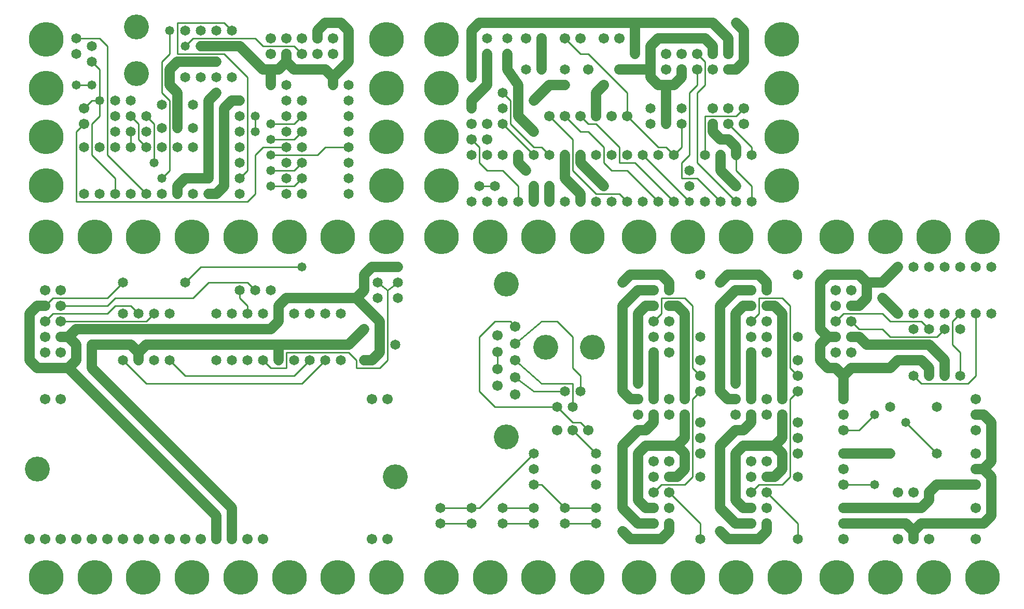
<source format=gbl>
%MOIN*%
%FSLAX25Y25*%
G04 D10 used for Character Trace; *
G04     Circle (OD=.01000) (No hole)*
G04 D11 used for Power Trace; *
G04     Circle (OD=.06500) (No hole)*
G04 D12 used for Signal Trace; *
G04     Circle (OD=.01100) (No hole)*
G04 D13 used for Via; *
G04     Circle (OD=.05800) (Round. Hole ID=.02800)*
G04 D14 used for Component hole; *
G04     Circle (OD=.06500) (Round. Hole ID=.03500)*
G04 D15 used for Component hole; *
G04     Circle (OD=.06700) (Round. Hole ID=.04300)*
G04 D16 used for Component hole; *
G04     Circle (OD=.08100) (Round. Hole ID=.05100)*
G04 D17 used for Component hole; *
G04     Circle (OD=.08900) (Round. Hole ID=.05900)*
G04 D18 used for Component hole; *
G04     Circle (OD=.11300) (Round. Hole ID=.08300)*
G04 D19 used for Component hole; *
G04     Circle (OD=.16000) (Round. Hole ID=.13000)*
G04 D20 used for Component hole; *
G04     Circle (OD=.18300) (Round. Hole ID=.15300)*
G04 D21 used for Component hole; *
G04     Circle (OD=.22291) (Round. Hole ID=.19291)*
%ADD10C,.01000*%
%ADD11C,.06500*%
%ADD12C,.01100*%
%ADD13C,.05800*%
%ADD14C,.06500*%
%ADD15C,.06700*%
%ADD16C,.08100*%
%ADD17C,.08900*%
%ADD18C,.11300*%
%ADD19C,.16000*%
%ADD20C,.18300*%
%ADD21C,.22291*%
%IPPOS*%
%LPD*%
G90*X0Y0D02*D21*X15625Y15625D03*D15*              
X35000Y40000D03*X25000D03*X15000D03*X5000D03*D21* 
X46875Y15625D03*D15*X45000Y40000D03*X55000D03*    
X65000D03*X75000D03*D21*X78125Y15625D03*D19*      
X10000Y85000D03*D15*X85000Y40000D03*X95000D03*    
X105000D03*D21*X109375Y15625D03*D15*              
X115000Y40000D03*X125000D03*D11*Y55000D01*        
X30000Y150000D01*X10000D01*X5000Y155000D01*       
Y185000D01*X10000Y190000D01*X15000D01*D15*D03*D12*
X20000Y195000D01*X55000D01*X65000Y205000D01*D14*  
D03*D12*X55000Y190000D02*X60000Y195000D01*        
X25000Y190000D02*X55000D01*D15*X25000D03*D12*     
X15000Y180000D02*X20000Y185000D01*D15*            
X15000Y180000D03*D12*X20000Y185000D02*X55000D01*  
X60000Y190000D01*X70000D01*X75000Y185000D01*D14*  
D03*D12*X25000Y180000D02*X80000D01*D15*X25000D03* 
X15000Y170000D03*D11*X30000D02*X35000Y175000D01*  
Y165000D02*X30000Y170000D01*X35000Y155000D02*     
Y165000D01*X30000Y150000D02*X35000Y155000D01*D15* 
X25000Y160000D03*D14*X45000Y165000D03*D11*        
Y150000D01*X135000Y60000D01*Y40000D01*D15*D03*    
X145000D03*X155000D03*D21*X140625Y15625D03*       
X171875D03*X203125D03*D15*X225000Y130000D03*      
Y40000D03*D12*X80000Y140000D02*X180000D01*        
X80000D02*X65000Y155000D01*D14*D03*D11*           
X75000Y160000D02*X70000Y165000D01*                
X75000Y155000D02*Y160000D01*D14*Y155000D03*D11*   
Y160000D02*X80000Y165000D01*X110000D01*D14*D03*   
D11*X165000D01*Y155000D01*D14*D03*D12*            
X160000Y150000D02*X170000D01*X160000D02*          
X155000Y155000D01*D14*D03*D11*X165000Y165000D02*  
X210000D01*X220000Y175000D01*D14*D03*D11*         
X230000Y160000D02*Y180000D01*X225000Y155000D02*   
X230000Y160000D01*X220000Y155000D02*X225000D01*   
D14*X220000D03*D12*X215000Y150000D02*X230000D01*  
X235000Y155000D01*Y200000D01*X241500Y205000D01*   
D14*D03*D12*X235000Y200000D02*X228500Y205000D01*  
D14*D03*X241500Y195000D03*Y215000D03*D11*         
X228500D01*D14*D03*D11*X225000D01*                
X220000Y210000D01*Y200000D01*X215000Y195000D01*   
X230000Y180000D01*X170000Y195000D02*X215000D01*   
X165000Y190000D02*X170000Y195000D01*              
X165000Y185000D02*Y190000D01*D14*Y185000D03*D11*  
Y180000D01*X160000Y175000D01*X110000D01*D14*D03*  
D11*X85000D01*D13*D03*D11*X45000D01*D14*D03*D11*  
X35000D01*X25000Y170000D02*X30000D01*D15*         
X25000D03*X15000Y160000D03*D11*X45000Y165000D02*  
X70000D01*D14*X85000Y155000D03*D12*               
X80000Y180000D02*X85000Y185000D01*D14*D03*        
X95000D03*X105000Y205000D03*D12*X115000Y215000D01*
X180000D01*D13*D03*D21*X171875Y234375D03*D14*     
X160000Y200000D03*D21*X203125Y234375D03*D14*      
X155000Y185000D03*X175000D03*X185000D03*          
X150000Y200000D03*D12*X145000Y205000D01*          
X120000D01*X110000Y195000D01*X60000D01*D14*       
X65000Y185000D03*D15*X25000Y200000D03*D21*        
X78125Y234375D03*X46875D03*D14*X95000Y155000D03*  
D12*X105000Y145000D01*X175000D01*                 
X185000Y155000D01*D14*D03*X195000D03*D12*         
X180000Y140000D01*X170000Y150000D02*Y160000D01*   
X210000D01*X215000Y155000D01*Y150000D01*D14*      
X205000Y155000D03*D15*X235000Y130000D03*D14*      
X240000Y165000D03*X205000Y185000D03*X195000D03*   
X175000Y155000D03*X228500Y195000D03*D12*          
X145000Y185000D02*Y190000D01*D14*Y185000D03*D12*  
Y190000D02*X140000Y195000D01*Y200000D01*D14*D03*  
X125000Y185000D03*X135000D03*D21*                 
X140625Y234375D03*X109375D03*D14*                 
X125000Y155000D03*X135000D03*X145000D03*D21*      
X234375Y234375D03*D15*X25000Y130000D03*D19*       
X240000Y80000D03*D21*X15625Y234375D03*D15*        
X15000Y200000D03*Y130000D03*X235000Y40000D03*D21* 
X234375Y15625D03*G90*X0Y2000D02*D12*              
X35000Y257000D02*X145000D01*X35000Y302000D02*     
Y257000D01*Y302000D02*X40000Y307000D01*D15*D03*   
D12*X45000D02*Y287000D01*X60000Y272000D01*        
Y262000D01*D14*D03*X70000D03*X50000D03*X80000D03* 
D12*X55000Y287000D01*Y357000D01*X50000Y362000D01* 
X35000D01*D14*D03*X45000Y357000D03*               
X35000Y352000D03*X45000Y347000D03*D12*            
X50000Y342000D01*Y322000D01*D13*D03*D12*X45000D01*
X40000Y317000D01*D15*D03*D12*X45000Y307000D02*    
X50000Y312000D01*Y322000D01*D14*X60000Y312000D03* 
Y322000D03*D13*X45000Y332000D03*D12*X35000D01*D13*
D03*D21*X15625Y330125D03*Y361375D03*D14*          
X60000Y302000D03*X70000D03*D12*Y292000D01*D14*D03*
D12*X75000Y307000D02*Y297000D01*X70000Y312000D02* 
X75000Y307000D01*D14*X70000Y312000D03*            
X80000Y302000D03*Y312000D03*D12*X85000Y307000D01* 
Y282000D01*D13*D03*D12*X90000Y272000D02*          
X95000Y277000D01*D13*X90000Y272000D03*D12*        
X95000Y322000D02*Y277000D01*X90000Y327000D02*     
X95000Y322000D01*X90000Y347000D02*Y327000D01*     
Y347000D02*X95000Y352000D01*Y367000D01*D13*D03*   
D12*X100000Y372000D02*Y352000D01*X130000D01*      
X145000Y337000D01*Y277000D01*X140000Y272000D01*   
D14*D03*D12*X145000Y257000D02*X150000Y262000D01*  
Y287000D01*X155000Y292000D01*X170000D01*D14*D03*  
D12*X160000Y297000D02*X175000D01*D13*X160000D03*  
X150000Y302000D03*D12*Y312000D01*D13*D03*D14*     
X140000Y322000D03*D11*X135000D01*                 
X130000Y317000D01*Y302000D01*D14*D03*D11*         
Y267000D01*X125000Y262000D01*X120000D01*D14*D03*  
Y272000D03*D11*X105000D01*X100000Y267000D01*      
Y262000D01*D14*D03*X110000D03*X90000D03*D11*      
X120000Y302000D02*Y272000D01*D14*Y302000D03*D11*  
Y322000D01*X125000Y327000D01*D13*D03*D14*         
X135000Y337000D03*X115000D03*X125000D03*          
X140000Y312000D03*X110000Y319500D03*              
X105000Y337000D03*D13*X125000Y347000D03*D11*      
X100000D01*X95000Y342000D01*Y332000D01*           
X100000Y327000D01*Y319500D01*D14*D03*D11*         
Y304500D01*D14*D03*X110000Y292000D03*X90000D03*   
X110000Y304500D03*X90000D03*X100000Y292000D03*    
X90000Y319500D03*X80000Y292000D03*D12*            
X75000Y297000D01*D14*X60000Y292000D03*            
X70000Y322000D03*X50000Y292000D03*                
X40000Y262000D03*Y292000D03*D19*X73500Y339500D03* 
D13*X115000Y357000D03*D11*X140000D01*             
X155000Y342000D01*X160000D01*Y332000D01*D14*D03*  
X170000Y322000D03*D11*X160000Y342000D02*          
X165000D01*X170000Y347000D01*Y352000D01*D15*D03*  
D12*X155000Y357000D02*X175000D01*                 
X150000Y362000D02*X155000Y357000D01*              
X110000Y362000D02*X150000D01*X105000Y357000D02*   
X110000Y362000D01*D13*X105000Y357000D03*D14*      
X115000Y367000D03*X105000D03*D12*                 
X100000Y372000D02*X130000D01*X135000Y367000D01*   
D14*D03*X125000D03*D15*X160000Y352000D03*         
Y362000D03*D14*X170000Y332000D03*D11*Y347000D02*  
X175000Y342000D01*X195000D01*X200000Y337000D01*   
Y332000D01*D14*D03*D11*Y337000D02*                
X210000Y347000D01*Y367000D01*X205000Y372000D01*   
X195000D01*X190000Y367000D01*Y362000D01*D15*D03*  
X200000Y352000D03*X180000D03*D12*                 
X175000Y357000D01*D15*X180000Y362000D03*          
X170000D03*X190000Y352000D03*X200000Y362000D03*   
D14*X210000Y322000D03*Y332000D03*                 
X180000Y322000D03*X170000Y312000D03*X180000D03*   
D12*X175000Y307000D01*X160000D01*D13*D03*D14*     
X170000Y302000D03*D12*X175000Y297000D02*          
X180000Y302000D01*D14*D03*Y292000D03*D12*         
X190000Y287000D02*X195000Y292000D01*              
X160000Y287000D02*X190000D01*D13*X160000D03*D14*  
X170000Y282000D03*D13*X160000Y277000D03*D12*      
X175000D01*X180000Y282000D01*D14*D03*             
X170000Y272000D03*X180000D03*D12*                 
X175000Y267000D01*X160000D01*D13*D03*D14*         
X170000Y262000D03*X140000Y282000D03*              
X180000Y262000D03*X140000D03*Y292000D03*          
Y302000D03*D12*X195000Y292000D02*X210000D01*D14*  
D03*Y302000D03*Y282000D03*Y312000D03*Y272000D03*  
D21*X234375Y267625D03*Y298875D03*D14*             
X210000Y262000D03*D21*X234375Y330125D03*          
Y361375D03*D19*X73500Y369500D03*D21*              
X15625Y298875D03*Y267625D03*G90*X4000Y0D02*       
X269625Y15625D03*D14*X269000Y50000D03*D12*        
X289000D01*D14*D03*D12*Y60000D02*X294000D01*D14*  
X289000D03*D12*X269000D01*D14*D03*D12*X294000D02* 
X329000Y95000D01*D14*D03*Y85000D03*D15*           
X344000Y110000D03*D19*X311400Y105800D03*D14*      
X329000Y75000D03*D12*X334000D01*X349000Y60000D01* 
D14*D03*D12*X369000D01*D14*D03*Y50000D03*D12*     
X349000D01*D14*D03*X329000Y60000D03*D12*          
X309000D01*D14*D03*Y50000D03*D12*X329000D01*D14*  
D03*D21*X363375Y15625D03*X300875D03*X332125D03*   
D14*X369000Y75000D03*Y85000D03*Y95000D03*D12*     
X354000Y110000D01*D15*D03*D12*X364000D02*         
X359000Y115000D01*D15*X364000Y110000D03*D12*      
X354000Y115000D02*X359000D01*X354000D02*          
X344000Y125000D01*D14*D03*D12*X304000D01*         
X294000Y135000D01*Y170000D01*X304000Y180000D01*   
X314000D01*X317100Y176800D01*D15*D03*Y165900D03*  
D12*X334000Y180000D01*X344000D01*                 
X354000Y170000D01*Y150000D01*X359000Y145000D01*   
Y135000D01*D14*D03*D12*X354000Y125000D02*         
Y140000D01*D14*Y125000D03*X349000Y135000D03*D12*  
X329000D01*X317100Y144100D01*D15*D03*Y155000D03*  
D12*X334000Y140000D01*X354000D01*D19*             
X366500Y163500D03*X336500D03*D15*                 
X317100Y133200D03*X305800Y171300D03*Y160400D03*   
D12*Y149600D01*D15*D03*Y138700D03*D19*            
X311400Y204200D03*D21*X363375Y234375D03*          
X332125D03*X300875D03*X269625D03*G90*             
X4000Y2000D02*X269625Y267625D03*D14*              
X289000Y287000D03*Y257000D03*D12*Y297000D02*      
X294000Y292000D01*D15*X289000Y297000D03*D12*      
X294000Y292000D02*Y282000D01*X299000Y277000D01*   
X309000D01*X319000Y267000D01*Y257000D01*D14*D03*  
D13*X329000Y267000D03*D11*Y257000D01*D14*D03*D13* 
X339000Y267000D03*D11*Y257000D01*D14*D03*         
X349000D03*D11*Y277000D02*Y272000D01*D13*         
Y277000D03*D11*Y287000D01*D14*D03*D11*X359000D02* 
Y282000D01*D14*Y287000D03*D11*Y282000D02*         
X374000Y267000D01*D13*D03*D12*X354000Y277000D02*  
X369000Y262000D01*X354000Y297000D02*Y277000D01*   
X339000Y312000D02*X354000Y297000D01*D15*          
X339000Y312000D03*D14*X329000Y322000D03*D11*      
X339000Y332000D01*X349000D01*D14*D03*Y342000D03*  
X334000D03*D11*Y362000D01*D15*D03*X324000D03*     
X349000D03*D12*X359000Y352000D01*X364000D01*      
X389000Y327000D01*Y312000D01*D15*D03*D12*         
X409000Y292000D01*X414000D01*X419000Y287000D01*   
D14*D03*D12*X424000Y292000D01*Y307000D01*D14*D03* 
X414000Y317000D03*D11*Y332000D01*X409000D01*      
X404000Y337000D01*Y342000D01*X384000D01*D15*D03*  
D13*X394000Y352000D03*D11*Y372000D01*X294000D01*  
X289000Y367000D01*Y337000D01*D14*D03*D11*         
Y322000D02*X299000Y332000D01*X289000Y322000D02*   
Y317000D01*D14*D03*D15*X299000Y307000D03*         
X289000D03*D11*X299000Y342000D02*Y332000D01*D14*  
Y342000D03*D11*Y352000D01*D14*D03*                
X312000Y342000D03*D11*Y352000D01*D14*D03*         
X299000Y362000D03*X312000D03*D11*Y342000D02*      
X319000Y332000D01*Y312000D01*X329000Y302000D01*   
D14*D03*D12*X314000Y307000D02*X329000Y292000D01*  
X314000Y322000D02*Y307000D01*X309000Y327000D02*   
X314000Y322000D01*D14*X309000Y327000D03*          
Y317000D03*X324000Y342000D03*X309000Y307000D03*   
D12*X329000Y287000D01*D14*D03*D12*Y292000D02*     
X334000D01*X339000Y287000D01*D14*D03*D13*         
X324000Y277000D03*D11*X319000Y282000D01*          
Y287000D01*D14*D03*X309000D03*X304000Y267000D03*  
D12*X294000D01*D14*D03*X299000Y257000D03*         
X309000D03*X299000Y287000D03*D15*Y297000D03*D21*  
X269625Y298875D03*D11*X349000Y272000D02*          
X359000Y262000D01*Y257000D01*D14*D03*X369000D03*  
D12*Y262000D02*X384000D01*X389000Y257000D01*D14*  
D03*X399000D03*X379000D03*X409000D03*D12*         
X389000Y277000D01*X379000D01*X374000Y282000D01*   
Y292000D01*X364000Y302000D01*X359000D01*          
X349000Y312000D01*D15*D03*X359000D03*D12*         
X364000Y307000D01*X369000D01*X384000Y292000D01*   
Y282000D01*X394000D01*X419000Y257000D01*D14*D03*  
X429000Y267000D03*D13*Y257000D03*D12*             
X399000Y287000D01*D14*D03*X409000D03*X389000D03*  
X414000Y307000D03*D11*Y317000D01*D14*             
X404000Y307000D03*X424000Y317000D03*X404000D03*   
D11*X414000Y332000D02*X419000D01*                 
X424000Y337000D01*Y342000D01*D15*D03*D12*         
X429000Y327000D02*X434000Y332000D01*              
X429000Y327000D02*Y287000D01*X424000Y282000D01*   
Y272000D01*X434000D01*X449000Y257000D01*D14*D03*  
D13*X459000Y267000D03*D11*X449000Y277000D01*      
Y287000D01*D14*D03*D12*X459000D02*Y277000D01*D14* 
Y287000D03*D11*Y292000D01*X454000Y297000D01*      
X449000D01*X444000Y302000D01*Y307000D01*D15*D03*  
D12*X439000Y312000D02*Y287000D01*D14*D03*D12*     
X434000Y327000D02*Y282000D01*Y327000D02*          
X439000Y332000D01*Y347000D01*X434000Y352000D01*   
D15*D03*X444000Y342000D03*D11*X409000Y362000D02*  
X439000D01*X404000Y357000D02*X409000Y362000D01*   
X404000Y357000D02*Y342000D01*D15*                 
X414000Y352000D03*Y342000D03*X384000Y362000D03*   
X424000Y352000D03*X379000Y312000D03*              
X374000Y362000D03*D12*X434000Y342000D02*          
Y332000D01*D15*Y342000D03*X444000Y352000D03*D11*  
Y357000D01*X439000Y362000D01*X394000Y372000D02*   
X444000D01*D15*X364000Y342000D03*                 
X359000Y362000D03*X374000Y332000D03*D11*          
X369000Y327000D01*Y312000D01*D15*D03*D14*         
Y287000D03*X379000D03*X429000Y277000D03*D12*      
X434000Y282000D02*X459000Y257000D01*D14*D03*D12*  
Y277000D02*X469000Y267000D01*Y257000D01*D14*D03*  
D21*X488375Y267625D03*D14*X469000Y287000D03*D12*  
Y292000D01*X454000Y307000D01*D15*D03*D12*         
X439000Y312000D02*X459000D01*D15*                 
X444000Y317000D03*X454000D03*D12*                 
X459000Y312000D02*X464000Y317000D01*D15*D03*      
Y307000D03*D21*X488375Y298875D03*D11*             
X454000Y342000D02*X459000D01*D15*X454000D03*D11*  
X459000D02*X464000Y347000D01*Y367000D01*          
X459000Y372000D01*D13*D03*D11*X444000D02*         
X454000Y362000D01*Y352000D01*D15*D03*D21*         
X488375Y330125D03*Y361375D03*D14*                 
X439000Y257000D03*D21*X269625Y361375D03*          
Y330125D03*G90*X1000Y0D02*D13*X386000Y45000D03*   
D11*X391000Y40000D01*X411000D01*X416000Y45000D01* 
Y50000D01*D15*D03*X406000Y60000D03*D11*X401000D01*
X396000Y65000D01*Y95000D01*X401000Y100000D01*     
X421000D01*X426000Y95000D01*Y85000D01*            
X421000Y80000D01*X416000D01*D15*D03*D12*          
X406000Y70000D02*X411000Y75000D01*D15*            
X406000Y70000D03*D12*X411000Y75000D02*X426000D01* 
X431000Y80000D01*Y130000D01*X436000Y135000D01*D15*
D03*Y145000D03*D12*X431000Y150000D01*Y190000D01*  
X426000Y195000D01*X411000D01*Y185000D01*          
X406000Y180000D01*D15*D03*X416000Y170000D03*      
Y190000D03*D11*X421000D01*X426000Y185000D01*      
Y130000D01*D15*D03*X416000Y120000D03*Y130000D03*  
X426000Y120000D03*D11*Y105000D01*                 
X421000Y100000D01*D15*X416000Y90000D03*           
X436000Y115000D03*D11*X401000Y110000D02*          
X406000Y115000D01*X396000Y110000D02*X401000D01*   
X386000Y100000D02*X396000Y110000D01*              
X386000Y60000D02*Y100000D01*X396000Y50000D02*     
X386000Y60000D01*X396000Y50000D02*X406000D01*D15* 
D03*X416000Y60000D03*Y70000D03*D12*               
X436000Y50000D01*Y40000D01*D14*D03*D21*           
X427875Y15625D03*D14*X436000Y80000D03*D21*        
X396625Y15625D03*D15*X406000Y80000D03*Y90000D03*  
X436000Y95000D03*Y105000D03*D11*X406000Y115000D02*
Y120000D01*D15*D03*X396000Y130000D03*D11*         
X391000D01*X386000Y135000D01*Y150000D01*D13*D03*  
D11*Y190000D01*X396000Y200000D01*X406000D01*D15*  
D03*D11*X416000Y205000D02*X411000Y210000D01*      
X416000Y200000D02*Y205000D01*D15*Y200000D03*      
X406000Y190000D03*D11*X401000D01*                 
X396000Y185000D01*Y140000D01*D13*D03*D15*         
X406000Y130000D03*D11*Y160000D01*D15*D03*         
X416000D03*X406000Y170000D03*X416000Y180000D03*   
X436000Y155000D03*D14*Y170000D03*D15*             
X396000Y120000D03*D13*X386000Y205000D03*D11*      
X391000Y210000D01*X411000D01*D21*                 
X427875Y234375D03*D14*X436000Y210000D03*D21*      
X396625Y234375D03*G90*X3500Y0D02*D13*             
X448500Y45000D03*D11*X453500Y40000D01*X473500D01* 
X478500Y45000D01*Y50000D01*D15*D03*               
X468500Y60000D03*D11*X463500D01*X458500Y65000D01* 
Y95000D01*X463500Y100000D01*X483500D01*           
X488500Y95000D01*Y85000D01*X483500Y80000D01*      
X478500D01*D15*D03*D12*X468500Y70000D02*          
X473500Y75000D01*D15*X468500Y70000D03*D12*        
X473500Y75000D02*X488500D01*X493500Y80000D01*     
Y130000D01*X498500Y135000D01*D15*D03*Y145000D03*  
D12*X493500Y150000D01*Y190000D01*                 
X488500Y195000D01*X473500D01*Y185000D01*          
X468500Y180000D01*D15*D03*X478500Y170000D03*      
Y190000D03*D11*X483500D01*X488500Y185000D01*      
Y130000D01*D15*D03*X478500Y120000D03*Y130000D03*  
X488500Y120000D03*D11*Y105000D01*                 
X483500Y100000D01*D15*X478500Y90000D03*           
X498500Y115000D03*D11*X463500Y110000D02*          
X468500Y115000D01*X458500Y110000D02*X463500D01*   
X448500Y100000D02*X458500Y110000D01*              
X448500Y60000D02*Y100000D01*X458500Y50000D02*     
X448500Y60000D01*X458500Y50000D02*X468500D01*D15* 
D03*X478500Y60000D03*Y70000D03*D12*               
X498500Y50000D01*Y40000D01*D14*D03*D21*           
X490375Y15625D03*D14*X498500Y80000D03*D21*        
X459125Y15625D03*D15*X468500Y80000D03*Y90000D03*  
X498500Y95000D03*Y105000D03*D11*X468500Y115000D02*
Y120000D01*D15*D03*X458500Y130000D03*D11*         
X453500D01*X448500Y135000D01*Y150000D01*D13*D03*  
D11*Y190000D01*X458500Y200000D01*X468500D01*D15*  
D03*D11*X478500Y205000D02*X473500Y210000D01*      
X478500Y200000D02*Y205000D01*D15*Y200000D03*      
X468500Y190000D03*D11*X463500D01*                 
X458500Y185000D01*Y140000D01*D13*D03*D15*         
X468500Y130000D03*D11*Y160000D01*D15*D03*         
X478500D03*X468500Y170000D03*X478500Y180000D03*   
X498500Y155000D03*D14*Y170000D03*D15*             
X458500Y120000D03*D13*X448500Y205000D03*D11*      
X453500Y210000D01*X473500D01*D21*                 
X490375Y234375D03*D14*X498500Y210000D03*D21*      
X459125Y234375D03*G90*X3000Y0D02*D11*             
X518000Y150000D02*X513000Y155000D01*              
X518000Y150000D02*X523000D01*X528000Y145000D01*   
Y130000D01*D15*D03*Y120000D03*D11*Y145000D02*     
X533000Y150000D01*X558000D01*X563000Y155000D01*   
D14*D03*D11*X578000D01*X583000Y150000D01*         
Y145000D01*D14*D03*D12*X578000Y140000D02*         
X608000D01*X613000Y145000D01*Y185000D01*D14*D03*  
X603000Y175000D03*X623000Y185000D03*X603000D03*   
D12*X598000Y180000D01*Y165000D01*                 
X603000Y160000D01*Y145000D01*D14*D03*D11*         
X593000D02*Y155000D01*D14*Y145000D03*D11*         
Y155000D02*X583000Y165000D01*X563000D01*D14*D03*  
D11*X543000D01*X538000Y170000D01*X533000D01*D15*  
D03*D12*X538000Y175000D02*X553000D01*             
X558000Y170000D01*X588000D01*X593000Y175000D01*   
D14*D03*X583000Y185000D03*X593000D03*             
X583000Y175000D03*D12*X578000Y180000D01*          
X558000D01*X553000Y185000D01*X528000D01*          
X523000Y180000D01*D15*D03*X533000Y190000D03*D11*  
X538000D01*X543000Y195000D01*Y205000D01*          
X553000D01*D14*D03*D11*X563000Y215000D01*D14*D03* 
X573000D03*X553000Y195000D03*D11*                 
X563000Y185000D01*D14*D03*X573000Y175000D03*      
Y185000D03*D11*X543000Y205000D02*                 
X538000Y210000D01*X518000D01*X513000Y205000D01*   
Y175000D01*X518000Y170000D01*X513000Y165000D01*   
Y155000D01*D15*X523000Y160000D03*Y170000D03*D11*  
X518000D01*D15*X533000Y160000D03*Y180000D03*D12*  
X538000Y175000D01*D15*X523000Y190000D03*          
X533000Y200000D03*X523000D03*D14*                 
X573000Y145000D03*D12*X578000Y140000D01*D14*      
X588000Y125000D03*X558000D03*D13*                 
X568000Y115000D03*D12*X588000Y95000D01*D14*D03*   
D11*X583000Y70000D02*X588000Y75000D01*D15*        
X583000Y70000D03*D11*Y65000D01*X578000Y60000D01*  
X563000D01*D13*D03*D11*X528000D01*D15*D03*        
Y50000D03*D11*X568000D01*X573000Y45000D01*        
Y40000D01*D15*D03*D11*Y45000D02*X578000Y50000D01* 
X613000D01*D15*D03*D11*X618000D01*                
X623000Y55000D01*Y80000D01*X618000Y85000D01*      
X613000D01*D15*D03*D11*X618000D02*                
X623000Y90000D01*Y115000D01*X618000Y120000D01*    
X613000D01*D15*D03*Y130000D03*Y110000D03*         
Y95000D03*D11*X588000Y75000D02*X613000D01*D15*D03*
Y60000D03*X583000Y40000D03*X613000D03*            
X573000Y70000D03*X563000D03*Y40000D03*D14*        
X558000Y95000D03*D11*X528000D01*D15*D03*Y85000D03*
D12*Y110000D02*X538000D01*D15*X528000D03*D12*     
X538000D02*X548000Y120000D01*D13*D03*D15*         
X528000Y75000D03*D12*X548000D01*D13*D03*D15*      
X528000Y40000D03*D21*X523625Y15625D03*X554875D03* 
X586125D03*X617375D03*D14*X623000Y215000D03*      
X613000D03*X603000D03*X593000D03*X583000D03*D21*  
X617375Y234375D03*X586125D03*X554875D03*          
X523625D03*M02*                                   

</source>
